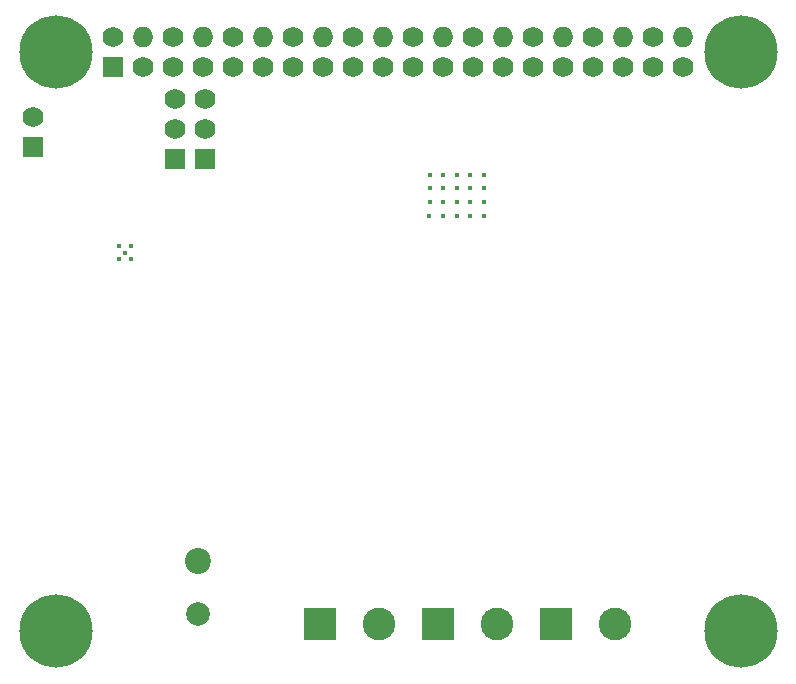
<source format=gbs>
G04 Layer_Color=16711935*
%FSLAX44Y44*%
%MOMM*%
G71*
G01*
G75*
%ADD111C,2.2000*%
%ADD112C,2.0000*%
%ADD113C,1.7600*%
%ADD114R,1.7600X1.7600*%
%ADD115O,1.7600X1.7200*%
%ADD116R,1.7600X1.7600*%
%ADD117C,6.2000*%
%ADD118C,2.7600*%
%ADD119R,2.7600X2.7600*%
%ADD120C,0.4500*%
%ADD122C,0.4500*%
D111*
X155250Y94250D02*
D03*
D112*
Y49250D02*
D03*
D113*
X566300Y512300D02*
D03*
X540900D02*
D03*
X515500D02*
D03*
X490100D02*
D03*
X464700D02*
D03*
X413900D02*
D03*
X439300D02*
D03*
X363100D02*
D03*
X388500D02*
D03*
X312300D02*
D03*
X337700D02*
D03*
X261500D02*
D03*
X286900D02*
D03*
X210700D02*
D03*
X236100D02*
D03*
X159900D02*
D03*
X185300D02*
D03*
X134500D02*
D03*
X109100D02*
D03*
X134500Y537700D02*
D03*
X83700D02*
D03*
X185300D02*
D03*
X236100D02*
D03*
X286900D02*
D03*
X337700D02*
D03*
X388500D02*
D03*
X439300D02*
D03*
X490100D02*
D03*
X540900D02*
D03*
X16000Y470000D02*
D03*
X161650Y485300D02*
D03*
Y459900D02*
D03*
X136000Y485400D02*
D03*
Y460000D02*
D03*
D114*
X83700Y512300D02*
D03*
D115*
X109100Y537700D02*
D03*
X159900D02*
D03*
X210700D02*
D03*
X261500D02*
D03*
X312300D02*
D03*
X363100D02*
D03*
X413900D02*
D03*
X464700D02*
D03*
X515500D02*
D03*
X566300D02*
D03*
D116*
X16000Y444600D02*
D03*
X161650Y434500D02*
D03*
X136000Y434600D02*
D03*
D117*
X615000Y35000D02*
D03*
X35000D02*
D03*
X615000Y525000D02*
D03*
X35000D02*
D03*
D118*
X308750Y41250D02*
D03*
X408750D02*
D03*
X508750D02*
D03*
D119*
X258750D02*
D03*
X358750D02*
D03*
X458750D02*
D03*
D120*
X351500Y386500D02*
D03*
X363000D02*
D03*
X374500D02*
D03*
X397500D02*
D03*
X386100Y421500D02*
D03*
X374600D02*
D03*
X363100D02*
D03*
X351600D02*
D03*
X397500Y409833D02*
D03*
X386100D02*
D03*
X374600D02*
D03*
X363100D02*
D03*
X351600D02*
D03*
X397500Y398167D02*
D03*
X386100D02*
D03*
X374600D02*
D03*
X363100D02*
D03*
X351600D02*
D03*
X397500Y421500D02*
D03*
X386000Y386500D02*
D03*
X88500Y361000D02*
D03*
D122*
Y350000D02*
D03*
X99000Y361000D02*
D03*
Y350000D02*
D03*
X93750Y355500D02*
D03*
M02*

</source>
